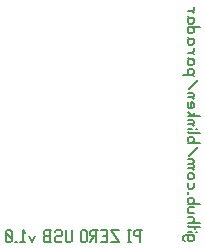
<source format=gbr>
G04 start of page 9 for group -4078 idx -4078 *
G04 Title: (unknown), bottomsilk *
G04 Creator: pcb 4.2.0 *
G04 CreationDate: Fri Feb 14 02:43:24 2020 UTC *
G04 For: blinken *
G04 Format: Gerber/RS-274X *
G04 PCB-Dimensions (mm): 65.00 56.00 *
G04 PCB-Coordinate-Origin: lower left *
%MOMM*%
%FSLAX43Y43*%
%LNBOTTOMSILK*%
%ADD44C,0.150*%
G54D44*X19888Y31881D02*X19761Y32008D01*
X19888Y31627D02*Y31881D01*
X19761Y31500D02*X19888Y31627D01*
X19507Y31500D02*X19761D01*
X19507D02*X19380Y31627D01*
Y31881D01*
X19507Y32008D01*
X19126Y31500D02*X18999Y31627D01*
Y31881D01*
X19126Y32008D01*
X19888D01*
X20117Y32313D02*X20142D01*
X19380D02*X19761D01*
X19507Y32694D02*X20396D01*
X19507D02*X19380Y32821D01*
X20015Y32567D02*Y32821D01*
X19380Y33075D02*X20396D01*
X19761D02*X19888Y33202D01*
Y33456D01*
X19761Y33583D01*
X19380D02*X19761D01*
X19507Y33888D02*X19888D01*
X19507D02*X19380Y34015D01*
Y34269D01*
X19507Y34396D01*
X19888D01*
X19380Y34700D02*X20396D01*
X19507D02*X19380Y34827D01*
Y35081D01*
X19507Y35208D01*
X19761D01*
X19888Y35081D02*X19761Y35208D01*
X19888Y34827D02*Y35081D01*
X19761Y34700D02*X19888Y34827D01*
X19380Y35513D02*Y35640D01*
X19888Y36072D02*Y36453D01*
X19761Y35945D02*X19888Y36072D01*
X19507Y35945D02*X19761D01*
X19507D02*X19380Y36072D01*
Y36453D01*
X19507Y36758D02*X19761D01*
X19888Y36885D01*
Y37139D01*
X19761Y37266D01*
X19507D02*X19761D01*
X19380Y37139D02*X19507Y37266D01*
X19380Y36885D02*Y37139D01*
X19507Y36758D02*X19380Y36885D01*
Y37698D02*X19761D01*
X19888Y37825D01*
Y37952D01*
X19761Y38079D01*
X19380D02*X19761D01*
X19888Y38206D01*
Y38333D01*
X19761Y38460D01*
X19380D02*X19761D01*
X19888Y37571D02*X19761Y37698D01*
X19507Y38764D02*X20269Y39526D01*
X19380Y39831D02*X20396D01*
X19507D02*X19380Y39958D01*
Y40212D01*
X19507Y40339D01*
X19761D01*
X19888Y40212D02*X19761Y40339D01*
X19888Y39958D02*Y40212D01*
X19761Y39831D02*X19888Y39958D01*
X19507Y40644D02*X20396D01*
X19507D02*X19380Y40771D01*
X20117Y41025D02*X20142D01*
X19380D02*X19761D01*
X19380Y41406D02*X19761D01*
X19888Y41533D01*
Y41660D01*
X19761Y41787D01*
X19380D02*X19761D01*
X19888Y41279D02*X19761Y41406D01*
X19380Y42092D02*X20396D01*
X19761D02*X19380Y42473D01*
X19761Y42092D02*X20015Y42346D01*
X19380Y42905D02*Y43286D01*
X19507Y42778D02*X19380Y42905D01*
X19507Y42778D02*X19761D01*
X19888Y42905D01*
Y43159D01*
X19761Y43286D01*
X19634Y42778D02*Y43286D01*
X19761D01*
X19380Y43717D02*X19761D01*
X19888Y43844D01*
Y43971D01*
X19761Y44098D01*
X19380D02*X19761D01*
X19888Y43590D02*X19761Y43717D01*
X19507Y44403D02*X20269Y45165D01*
X18999Y45597D02*X19761D01*
X19888Y45470D02*X19761Y45597D01*
X19888Y45724D01*
Y45978D01*
X19761Y46105D01*
X19507D02*X19761D01*
X19380Y45978D02*X19507Y46105D01*
X19380Y45724D02*Y45978D01*
X19507Y45597D02*X19380Y45724D01*
X19888Y46791D02*X19761Y46918D01*
X19888Y46537D02*Y46791D01*
X19761Y46410D02*X19888Y46537D01*
X19507Y46410D02*X19761D01*
X19507D02*X19380Y46537D01*
X19507Y46918D02*X19888D01*
X19507D02*X19380Y47045D01*
Y46537D02*Y46791D01*
X19507Y46918D01*
X19380Y47477D02*X19761D01*
X19888Y47604D01*
Y47858D01*
Y47350D02*X19761Y47477D01*
X19888Y48543D02*X19761Y48670D01*
X19888Y48289D02*Y48543D01*
X19761Y48162D02*X19888Y48289D01*
X19507Y48162D02*X19761D01*
X19507D02*X19380Y48289D01*
X19507Y48670D02*X19888D01*
X19507D02*X19380Y48797D01*
Y48289D02*Y48543D01*
X19507Y48670D01*
X19380Y49610D02*X20396D01*
X19380Y49483D02*X19507Y49610D01*
X19380Y49229D02*Y49483D01*
X19507Y49102D02*X19380Y49229D01*
X19507Y49102D02*X19761D01*
X19888Y49229D01*
Y49483D01*
X19761Y49610D01*
X19888Y50296D02*X19761Y50423D01*
X19888Y50042D02*Y50296D01*
X19761Y49915D02*X19888Y50042D01*
X19507Y49915D02*X19761D01*
X19507D02*X19380Y50042D01*
X19507Y50423D02*X19888D01*
X19507D02*X19380Y50550D01*
Y50042D02*Y50296D01*
X19507Y50423D01*
X19380Y50982D02*X19761D01*
X19888Y51109D01*
Y51363D01*
Y50855D02*X19761Y50982D01*
X15373Y31430D02*Y32446D01*
X14992D02*X15500D01*
X14992D02*X14865Y32319D01*
Y32065D02*Y32319D01*
X14992Y31938D02*X14865Y32065D01*
X14992Y31938D02*X15373D01*
X14306Y32446D02*X14560D01*
X14433Y31430D02*Y32446D01*
X14306Y31430D02*X14560D01*
X12909Y32446D02*X13544D01*
Y31430D02*X12909Y32446D01*
Y31430D02*X13544D01*
X12223Y31989D02*X12604D01*
X12096Y31430D02*X12604D01*
Y32446D01*
X12096D02*X12604D01*
X11284D02*X11792D01*
X11284D02*X11157Y32319D01*
Y32065D02*Y32319D01*
X11284Y31938D02*X11157Y32065D01*
X11284Y31938D02*X11665D01*
Y31430D02*Y32446D01*
X11461Y31938D02*X11157Y31430D01*
X10852Y31557D02*Y32319D01*
X10725Y32446D01*
X10471D02*X10725D01*
X10471D02*X10344Y32319D01*
Y31557D02*Y32319D01*
X10471Y31430D02*X10344Y31557D01*
X10471Y31430D02*X10725D01*
X10852Y31557D02*X10725Y31430D01*
X9582Y31557D02*Y32446D01*
Y31557D02*X9455Y31430D01*
X9201D02*X9455D01*
X9201D02*X9074Y31557D01*
Y32446D01*
X8261D02*X8134Y32319D01*
X8261Y32446D02*X8642D01*
X8769Y32319D02*X8642Y32446D01*
X8769Y32065D02*Y32319D01*
Y32065D02*X8642Y31938D01*
X8261D02*X8642D01*
X8261D02*X8134Y31811D01*
Y31557D02*Y31811D01*
X8261Y31430D02*X8134Y31557D01*
X8261Y31430D02*X8642D01*
X8769Y31557D02*X8642Y31430D01*
X7321D02*X7829D01*
X7321D02*X7194Y31557D01*
Y31862D01*
X7321Y31989D02*X7194Y31862D01*
X7321Y31989D02*X7702D01*
Y31430D02*Y32446D01*
X7321D02*X7829D01*
X7321D02*X7194Y32319D01*
Y32116D02*Y32319D01*
X7321Y31989D02*X7194Y32116D01*
X6432Y31938D02*X6178Y31430D01*
X5924Y31938D02*X6178Y31430D01*
X5619Y32243D02*X5416Y32446D01*
Y31430D02*Y32446D01*
X5238Y31430D02*X5619D01*
X4807D02*X4934D01*
X4502Y31557D02*X4375Y31430D01*
X4502Y31557D02*Y32319D01*
X4375Y32446D01*
X4121D02*X4375D01*
X4121D02*X3994Y32319D01*
Y31557D02*Y32319D01*
X4121Y31430D02*X3994Y31557D01*
X4121Y31430D02*X4375D01*
X4502Y31684D02*X3994Y32192D01*
M02*

</source>
